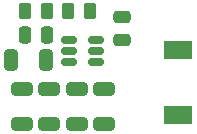
<source format=gbr>
%TF.GenerationSoftware,KiCad,Pcbnew,9.0.6+1*%
%TF.CreationDate,2026-01-19T09:17:55-08:00*%
%TF.ProjectId,yorp,796f7270-2e6b-4696-9361-645f70636258,rev?*%
%TF.SameCoordinates,Original*%
%TF.FileFunction,Paste,Top*%
%TF.FilePolarity,Positive*%
%FSLAX46Y46*%
G04 Gerber Fmt 4.6, Leading zero omitted, Abs format (unit mm)*
G04 Created by KiCad (PCBNEW 9.0.6+1) date 2026-01-19 09:17:55*
%MOMM*%
%LPD*%
G01*
G04 APERTURE LIST*
G04 Aperture macros list*
%AMRoundRect*
0 Rectangle with rounded corners*
0 $1 Rounding radius*
0 $2 $3 $4 $5 $6 $7 $8 $9 X,Y pos of 4 corners*
0 Add a 4 corners polygon primitive as box body*
4,1,4,$2,$3,$4,$5,$6,$7,$8,$9,$2,$3,0*
0 Add four circle primitives for the rounded corners*
1,1,$1+$1,$2,$3*
1,1,$1+$1,$4,$5*
1,1,$1+$1,$6,$7*
1,1,$1+$1,$8,$9*
0 Add four rect primitives between the rounded corners*
20,1,$1+$1,$2,$3,$4,$5,0*
20,1,$1+$1,$4,$5,$6,$7,0*
20,1,$1+$1,$6,$7,$8,$9,0*
20,1,$1+$1,$8,$9,$2,$3,0*%
G04 Aperture macros list end*
%ADD10RoundRect,0.250000X0.325000X0.650000X-0.325000X0.650000X-0.325000X-0.650000X0.325000X-0.650000X0*%
%ADD11RoundRect,0.250000X-0.262500X-0.450000X0.262500X-0.450000X0.262500X0.450000X-0.262500X0.450000X0*%
%ADD12RoundRect,0.250000X0.650000X-0.325000X0.650000X0.325000X-0.650000X0.325000X-0.650000X-0.325000X0*%
%ADD13RoundRect,0.250000X0.475000X-0.250000X0.475000X0.250000X-0.475000X0.250000X-0.475000X-0.250000X0*%
%ADD14RoundRect,0.150000X-0.512500X-0.150000X0.512500X-0.150000X0.512500X0.150000X-0.512500X0.150000X0*%
%ADD15R,2.400000X1.500000*%
%ADD16RoundRect,0.250000X-0.250000X-0.475000X0.250000X-0.475000X0.250000X0.475000X-0.250000X0.475000X0*%
G04 APERTURE END LIST*
D10*
%TO.C,C7*%
X81197037Y-84363625D03*
X78247037Y-84363625D03*
%TD*%
D11*
%TO.C,R1*%
X79412500Y-80250000D03*
X81237500Y-80250000D03*
%TD*%
D12*
%TO.C,C2*%
X81450000Y-89800000D03*
X81450000Y-86850000D03*
%TD*%
D11*
%TO.C,R2*%
X83062500Y-80250000D03*
X84887500Y-80250000D03*
%TD*%
D12*
%TO.C,C3*%
X83775000Y-89775000D03*
X83775000Y-86825000D03*
%TD*%
D13*
%TO.C,C5*%
X87625000Y-82675000D03*
X87625000Y-80775000D03*
%TD*%
D14*
%TO.C,U2*%
X83112500Y-82650000D03*
X83112500Y-83600000D03*
X83112500Y-84550000D03*
X85387500Y-84550000D03*
X85387500Y-83600000D03*
X85387500Y-82650000D03*
%TD*%
D12*
%TO.C,C4*%
X86075000Y-89775000D03*
X86075000Y-86825000D03*
%TD*%
%TO.C,C1*%
X79125000Y-89800000D03*
X79125000Y-86850000D03*
%TD*%
D15*
%TO.C,L1*%
X92350000Y-83500000D03*
X92350000Y-89000000D03*
%TD*%
D16*
%TO.C,C6*%
X79375000Y-82225000D03*
X81275000Y-82225000D03*
%TD*%
M02*

</source>
